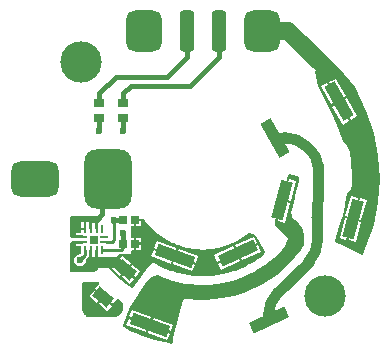
<source format=gtl>
G04*
G04 #@! TF.GenerationSoftware,Altium Limited,Altium Designer,20.1.8 (145)*
G04*
G04 Layer_Physical_Order=1*
G04 Layer_Color=255*
%FSLAX43Y43*%
%MOMM*%
G71*
G04*
G04 #@! TF.SameCoordinates,C5C313FD-7657-4A41-8647-220B39F72BCF*
G04*
G04*
G04 #@! TF.FilePolarity,Positive*
G04*
G01*
G75*
%ADD26C,0.900*%
%ADD27C,3.500*%
%ADD28P,0.849X4X314.9*%
%ADD29P,0.849X4X315.0*%
%ADD30R,0.700X0.700*%
%ADD31R,0.250X0.700*%
%ADD32R,0.700X0.250*%
G04:AMPARAMS|DCode=33|XSize=4mm|YSize=3mm|CornerRadius=0.75mm|HoleSize=0mm|Usage=FLASHONLY|Rotation=180.000|XOffset=0mm|YOffset=0mm|HoleType=Round|Shape=RoundedRectangle|*
%AMROUNDEDRECTD33*
21,1,4.000,1.500,0,0,180.0*
21,1,2.500,3.000,0,0,180.0*
1,1,1.500,-1.250,0.750*
1,1,1.500,1.250,0.750*
1,1,1.500,1.250,-0.750*
1,1,1.500,-1.250,-0.750*
%
%ADD33ROUNDEDRECTD33*%
G04:AMPARAMS|DCode=34|XSize=3.5mm|YSize=1.25mm|CornerRadius=0.313mm|HoleSize=0mm|Usage=FLASHONLY|Rotation=90.000|XOffset=0mm|YOffset=0mm|HoleType=Round|Shape=RoundedRectangle|*
%AMROUNDEDRECTD34*
21,1,3.500,0.625,0,0,90.0*
21,1,2.875,1.250,0,0,90.0*
1,1,0.625,0.313,1.438*
1,1,0.625,0.313,-1.438*
1,1,0.625,-0.313,-1.438*
1,1,0.625,-0.313,1.438*
%
%ADD34ROUNDEDRECTD34*%
G04:AMPARAMS|DCode=35|XSize=3.5mm|YSize=3mm|CornerRadius=0.75mm|HoleSize=0mm|Usage=FLASHONLY|Rotation=90.000|XOffset=0mm|YOffset=0mm|HoleType=Round|Shape=RoundedRectangle|*
%AMROUNDEDRECTD35*
21,1,3.500,1.500,0,0,90.0*
21,1,2.000,3.000,0,0,90.0*
1,1,1.500,0.750,1.000*
1,1,1.500,0.750,-1.000*
1,1,1.500,-0.750,-1.000*
1,1,1.500,-0.750,1.000*
%
%ADD35ROUNDEDRECTD35*%
%ADD36R,0.900X0.800*%
G04:AMPARAMS|DCode=37|XSize=1.6mm|YSize=1mm|CornerRadius=0mm|HoleSize=0mm|Usage=FLASHONLY|Rotation=140.000|XOffset=0mm|YOffset=0mm|HoleType=Round|Shape=Rectangle|*
%AMROTATEDRECTD37*
4,1,4,0.934,-0.131,0.291,-0.897,-0.934,0.131,-0.291,0.897,0.934,-0.131,0.0*
%
%ADD37ROTATEDRECTD37*%

G04:AMPARAMS|DCode=38|XSize=3.3mm|YSize=1mm|CornerRadius=0mm|HoleSize=0mm|Usage=FLASHONLY|Rotation=25.000|XOffset=0mm|YOffset=0mm|HoleType=Round|Shape=Rectangle|*
%AMROTATEDRECTD38*
4,1,4,-1.284,-1.150,-1.707,-0.244,1.284,1.150,1.707,0.244,-1.284,-1.150,0.0*
%
%ADD38ROTATEDRECTD38*%

G04:AMPARAMS|DCode=39|XSize=3.3mm|YSize=1mm|CornerRadius=0mm|HoleSize=0mm|Usage=FLASHONLY|Rotation=119.568|XOffset=0mm|YOffset=0mm|HoleType=Round|Shape=Rectangle|*
%AMROTATEDRECTD39*
4,1,4,1.249,-1.188,0.379,-1.682,-1.249,1.188,-0.379,1.682,1.249,-1.188,0.0*
%
%ADD39ROTATEDRECTD39*%

G04:AMPARAMS|DCode=40|XSize=3.3mm|YSize=1mm|CornerRadius=0mm|HoleSize=0mm|Usage=FLASHONLY|Rotation=340.000|XOffset=0mm|YOffset=0mm|HoleType=Round|Shape=Rectangle|*
%AMROTATEDRECTD40*
4,1,4,-1.722,0.094,-1.379,1.034,1.722,-0.094,1.379,-1.034,-1.722,0.094,0.0*
%
%ADD40ROTATEDRECTD40*%

G04:AMPARAMS|DCode=41|XSize=3.3mm|YSize=1mm|CornerRadius=0mm|HoleSize=0mm|Usage=FLASHONLY|Rotation=75.000|XOffset=0mm|YOffset=0mm|HoleType=Round|Shape=Rectangle|*
%AMROTATEDRECTD41*
4,1,4,0.056,-1.723,-0.910,-1.464,-0.056,1.723,0.910,1.464,0.056,-1.723,0.0*
%
%ADD41ROTATEDRECTD41*%

G04:AMPARAMS|DCode=42|XSize=4mm|YSize=5mm|CornerRadius=1mm|HoleSize=0mm|Usage=FLASHONLY|Rotation=180.000|XOffset=0mm|YOffset=0mm|HoleType=Round|Shape=RoundedRectangle|*
%AMROUNDEDRECTD42*
21,1,4.000,3.000,0,0,180.0*
21,1,2.000,5.000,0,0,180.0*
1,1,2.000,-1.000,1.500*
1,1,2.000,1.000,1.500*
1,1,2.000,1.000,-1.500*
1,1,2.000,-1.000,-1.500*
%
%ADD42ROUNDEDRECTD42*%
%ADD43C,0.250*%
%ADD44C,0.400*%
%ADD45C,1.500*%
%ADD46C,0.600*%
G36*
X65460Y57214D02*
X65040D01*
X65042Y57218D01*
X65044Y57225D01*
X65045Y57235D01*
X65048Y57266D01*
X65050Y57369D01*
X65050Y57404D01*
X65450D01*
X65460Y57214D01*
D02*
G37*
G36*
X67460Y57214D02*
X67040Y57214D01*
X67042Y57218D01*
X67044Y57225D01*
X67045Y57235D01*
X67047Y57266D01*
X67050Y57369D01*
X67050Y57404D01*
X67450Y57404D01*
X67460Y57214D01*
D02*
G37*
G36*
X65100Y49300D02*
X65100D01*
Y48750D01*
X64900D01*
Y49300D01*
X64600D01*
Y48750D01*
X64400D01*
Y49300D01*
X64100D01*
Y48750D01*
X64000D01*
Y48650D01*
X63675D01*
Y48425D01*
X63300D01*
Y48200D01*
X63850D01*
Y48000D01*
X63300D01*
Y48000D01*
X62998D01*
X62948Y48000D01*
X62857Y48038D01*
X62787Y48108D01*
X62750Y48200D01*
X62750Y48249D01*
Y48350D01*
X62750Y49600D01*
Y49650D01*
X62788Y49742D01*
X62858Y49812D01*
X62950Y49850D01*
X63000Y49850D01*
X65100Y49850D01*
X65100Y49300D01*
D02*
G37*
G36*
X66718Y49708D02*
X66725Y49706D01*
X66735Y49705D01*
X66766Y49702D01*
X66869Y49700D01*
X66904Y49700D01*
Y49300D01*
X66714Y49290D01*
Y49710D01*
X66718Y49708D01*
D02*
G37*
G36*
X66694Y49268D02*
X66679Y49250D01*
X66667Y49229D01*
X66656Y49208D01*
X66646Y49184D01*
X66639Y49160D01*
X66633Y49134D01*
X66628Y49106D01*
X66626Y49078D01*
X66625Y49047D01*
X66375D01*
X66374Y49078D01*
X66372Y49106D01*
X66367Y49134D01*
X66361Y49160D01*
X66354Y49184D01*
X66344Y49208D01*
X66333Y49229D01*
X66321Y49250D01*
X66306Y49268D01*
X66290Y49286D01*
X66710D01*
X66694Y49268D01*
D02*
G37*
G36*
X67454Y48146D02*
X67453Y48139D01*
X67451Y48129D01*
X67449Y48098D01*
X67447Y47961D01*
X67047Y47956D01*
X67047Y47990D01*
X67038Y48142D01*
X67036Y48146D01*
X67456Y48150D01*
X67454Y48146D01*
D02*
G37*
G36*
X69032Y49555D02*
X69085Y49464D01*
X69144Y49378D01*
X69212Y49298D01*
X69248Y49260D01*
X69501Y49007D01*
X69870Y48648D01*
X69985Y48541D01*
X70103Y48438D01*
X70224Y48337D01*
X70347Y48240D01*
X70473Y48146D01*
X70602Y48055D01*
X70732Y47968D01*
X70865Y47884D01*
X71000Y47804D01*
X71137Y47727D01*
X71276Y47654D01*
X71417Y47584D01*
X71560Y47519D01*
X71704Y47457D01*
X71850Y47399D01*
X71997Y47344D01*
X72146Y47294D01*
X72296Y47247D01*
X72447Y47204D01*
X72599Y47166D01*
X72753Y47131D01*
X72907Y47100D01*
X73061Y47074D01*
X73217Y47051D01*
X73373Y47033D01*
X73529Y47019D01*
X73686Y47008D01*
X73843Y47002D01*
X74000Y47000D01*
X74157Y47002D01*
X74314Y47008D01*
X74471Y47019D01*
X74627Y47033D01*
X74783Y47051D01*
X74939Y47074D01*
X75093Y47100D01*
X75247Y47131D01*
X75401Y47166D01*
X75553Y47204D01*
X75854Y47294D01*
X76003Y47344D01*
X76150Y47399D01*
X76296Y47457D01*
X76440Y47519D01*
X76583Y47584D01*
X76724Y47654D01*
X76863Y47727D01*
X77000Y47804D01*
X77135Y47884D01*
X77268Y47968D01*
X77398Y48055D01*
X77527Y48146D01*
X77653Y48240D01*
X77776Y48337D01*
X77782Y48342D01*
X77898Y48387D01*
X77898Y48387D01*
X77898D01*
X78015Y48380D01*
X78132Y48356D01*
X78278Y48296D01*
X78409Y48208D01*
X78465Y48152D01*
X79220Y46943D01*
X79233Y46826D01*
X79233Y46783D01*
X79217Y46700D01*
X79184Y46622D01*
X79137Y46552D01*
X79107Y46522D01*
X79022Y46455D01*
X78849Y46326D01*
X78673Y46201D01*
X78493Y46081D01*
X78311Y45966D01*
X78125Y45855D01*
X77937Y45750D01*
X77552Y45554D01*
X77356Y45463D01*
X77157Y45378D01*
X76957Y45298D01*
X76754Y45223D01*
X76549Y45154D01*
X76343Y45090D01*
X76135Y45031D01*
X75926Y44978D01*
X75715Y44930D01*
X75503Y44888D01*
X75291Y44852D01*
X75077Y44821D01*
X74862Y44795D01*
X74647Y44775D01*
X74432Y44761D01*
X74216Y44753D01*
X74000Y44750D01*
X73784Y44753D01*
X73568Y44761D01*
X73353Y44775D01*
X73138Y44795D01*
X72923Y44821D01*
X72709Y44852D01*
X72497Y44888D01*
X72285Y44930D01*
X72074Y44978D01*
X71865Y45031D01*
X71657Y45090D01*
X71451Y45154D01*
X71246Y45223D01*
X71043Y45298D01*
X70843Y45378D01*
X70644Y45463D01*
X70448Y45554D01*
X70255Y45649D01*
X70063Y45750D01*
X69875Y45855D01*
X69857Y45855D01*
X69857Y45855D01*
X69800Y45852D01*
X69690Y45823D01*
X69591Y45767D01*
X69509Y45689D01*
X69477Y45642D01*
X68245Y43998D01*
X68225Y43958D01*
X68174Y43886D01*
X68119Y43831D01*
X68009Y43775D01*
X67770Y43935D01*
X67534Y44101D01*
X67304Y44273D01*
X67077Y44451D01*
X66856Y44636D01*
X66640Y44825D01*
X65918Y45492D01*
X65914Y45619D01*
X66863Y46619D01*
X67104D01*
X67230Y46644D01*
X67231Y46644D01*
X67633Y46644D01*
X67929Y46639D01*
X67923Y46909D01*
X68012Y46999D01*
X68149Y46999D01*
X68150Y47499D01*
X68151Y47999D01*
X67900Y48000D01*
X67900Y48000D01*
Y49000D01*
X68150Y49001D01*
X68150Y49501D01*
X68250Y49501D01*
X68250Y49601D01*
X68839Y49601D01*
X68840Y49602D01*
X69009D01*
X69032Y49555D01*
D02*
G37*
G36*
X85489Y62375D02*
X86879Y60725D01*
X87858Y58740D01*
X88489Y56882D01*
X88872Y54958D01*
X89000Y53000D01*
X88872Y51042D01*
X88489Y49118D01*
X87858Y47260D01*
X87576Y46625D01*
X87457Y46580D01*
X85981Y47262D01*
X85177Y47672D01*
X85243Y48063D01*
X85650Y49215D01*
X85833Y49829D01*
X86045Y50768D01*
X86145Y51401D01*
X86183Y51720D01*
X86332Y51868D01*
X86332Y51868D01*
X86332Y51868D01*
X86333Y51869D01*
X86409Y51953D01*
X86410Y51956D01*
X86535Y52143D01*
X86623Y52354D01*
X86667Y52578D01*
X86673Y52692D01*
X86670Y52996D01*
X86513Y54751D01*
X86513Y54751D01*
X86513Y54751D01*
X86502Y54930D01*
X86430Y55280D01*
X86290Y55609D01*
X86089Y55904D01*
X85967Y56036D01*
X85833Y56171D01*
X85318Y57688D01*
X85057Y58274D01*
X84766Y58845D01*
X83759Y60821D01*
X83541Y62151D01*
X85085Y62665D01*
X85489Y62375D01*
D02*
G37*
G36*
X64009Y46332D02*
X63988Y46310D01*
X63969Y46287D01*
X63953Y46265D01*
X63938Y46242D01*
X63927Y46220D01*
X63917Y46197D01*
X63909Y46174D01*
X63904Y46150D01*
X63901Y46127D01*
X63900Y46103D01*
X63603Y46400D01*
X63627Y46401D01*
X63650Y46404D01*
X63674Y46409D01*
X63697Y46417D01*
X63720Y46427D01*
X63742Y46438D01*
X63765Y46453D01*
X63787Y46469D01*
X63810Y46488D01*
X63832Y46509D01*
X64009Y46332D01*
D02*
G37*
G36*
X63300Y47700D02*
X63850D01*
Y47500D01*
X63675D01*
Y47500D01*
X63300D01*
Y47275D01*
X63675D01*
Y46982D01*
X63669Y46950D01*
Y46714D01*
X63600Y46610D01*
X63405Y46571D01*
X63240Y46460D01*
X63129Y46295D01*
X63090Y46100D01*
X63129Y45905D01*
X63240Y45740D01*
X63405Y45629D01*
X63600Y45590D01*
X63795Y45629D01*
X63960Y45740D01*
X64071Y45905D01*
X64110Y46100D01*
X64106Y46119D01*
X64106Y46119D01*
X64108Y46125D01*
X64111Y46132D01*
X64115Y46141D01*
X64122Y46151D01*
X64128Y46159D01*
X64234Y46266D01*
X64306Y46373D01*
X64311Y46400D01*
X64400D01*
Y46950D01*
X64600D01*
Y46400D01*
X64900D01*
Y46950D01*
X65100D01*
Y46314D01*
X65104Y46310D01*
X65104Y45454D01*
X65104Y45454D01*
Y45383D01*
X65050Y45253D01*
X64950Y45154D01*
X64820Y45100D01*
X63000Y45100D01*
X62950Y45100D01*
X62858Y45138D01*
X62788Y45208D01*
X62750Y45300D01*
X62750Y45350D01*
X62750Y47503D01*
X62788Y47595D01*
X62858Y47665D01*
X62950Y47703D01*
X63300D01*
Y47700D01*
D02*
G37*
G36*
X81975Y53209D02*
X82169Y53159D01*
X82144Y52892D01*
X82029Y52370D01*
X81932Y51956D01*
X81825Y51337D01*
X81671Y50728D01*
X81486Y50133D01*
X81490Y50058D01*
X81519Y49910D01*
X81577Y49770D01*
X81633Y49686D01*
X81634Y49684D01*
X81634Y49684D01*
X81661Y49645D01*
X81711Y49589D01*
X81711Y49589D01*
X81794Y49506D01*
X82060Y49300D01*
X82184Y49176D01*
X82379Y48884D01*
X82513Y48560D01*
X82581Y48216D01*
X82581Y48040D01*
X82581Y48040D01*
X82581Y48040D01*
X82581Y47806D01*
X82581Y47674D01*
X82530Y47414D01*
X82428Y47170D01*
X82281Y46950D01*
X82188Y46856D01*
X82188D01*
X82188Y46856D01*
X81794Y46343D01*
X81056Y45565D01*
X80240Y44868D01*
X79125Y44123D01*
X77673Y43431D01*
X76653Y43099D01*
X75603Y42876D01*
X74268Y42754D01*
X73464Y42764D01*
X72930Y42820D01*
X72593Y42820D01*
X72560Y42819D01*
X72495Y42806D01*
X72456Y42789D01*
X72435Y42781D01*
X72434Y42781D01*
X72380Y42744D01*
X72363Y42729D01*
X72356Y42722D01*
X72356Y42722D01*
X72356Y42722D01*
X71494Y39480D01*
X71441Y39193D01*
X71441Y39162D01*
X71416Y39104D01*
X71391Y39079D01*
X71281Y39036D01*
Y39036D01*
X71159Y39047D01*
X69953Y39337D01*
X68893Y39696D01*
X68547Y39835D01*
X67865Y40138D01*
X67299Y40427D01*
X67287Y40439D01*
X67268Y40467D01*
X67255Y40498D01*
X67249Y40531D01*
X67249Y40548D01*
Y40596D01*
X67865Y42118D01*
X69280Y44347D01*
X69427Y44494D01*
X69506Y44573D01*
X69693Y44698D01*
X69900Y44784D01*
X70120Y44827D01*
X70232Y44827D01*
X70232Y44827D01*
X70339Y44778D01*
X70556Y44685D01*
X70775Y44598D01*
X71219Y44440D01*
X71444Y44371D01*
X72129Y44197D01*
X72592Y44111D01*
X73059Y44049D01*
X73529Y44012D01*
X74000Y44000D01*
X74471Y44012D01*
X75175Y44077D01*
X75640Y44151D01*
X76556Y44371D01*
X77444Y44685D01*
X78086Y44981D01*
X78294Y45091D01*
X78702Y45326D01*
X79290Y45719D01*
X79664Y46006D01*
X80022Y46312D01*
X80364Y46636D01*
X80688Y46978D01*
X80994Y47336D01*
X81254Y47878D01*
X81254Y47932D01*
X81254Y47932D01*
X81253Y47944D01*
X81253Y47944D01*
X81249Y47966D01*
X81249Y47966D01*
X81240Y47988D01*
X81240Y47988D01*
X81227Y48007D01*
X81224Y48011D01*
X81219Y48015D01*
X81219Y48016D01*
X81219Y48016D01*
X81219D01*
X81127Y48100D01*
X80218Y48929D01*
X80189Y48957D01*
X80144Y49023D01*
X80113Y49097D01*
X80097Y49175D01*
X80096Y49215D01*
Y49240D01*
X80153Y49380D01*
X80646Y51219D01*
X81124Y53006D01*
X81122Y53007D01*
X81199Y53338D01*
X81308Y53402D01*
X81975Y53209D01*
D02*
G37*
G36*
X65246Y44123D02*
X64875Y43681D01*
X65641Y43038D01*
X66407Y42396D01*
X66757Y42813D01*
X66911Y42839D01*
X67115Y42635D01*
X67181Y42536D01*
X67227Y42426D01*
X67239Y42367D01*
X67250Y42250D01*
Y42250D01*
X67250D01*
X67250Y42250D01*
X67250Y42104D01*
Y42019D01*
X67217Y41855D01*
X67153Y41699D01*
X67059Y41559D01*
X66941Y41441D01*
X66801Y41347D01*
X66645Y41283D01*
X66481Y41250D01*
X66396Y41250D01*
X64441D01*
X64324Y41273D01*
X64214Y41319D01*
X64115Y41385D01*
X64073Y41427D01*
Y41427D01*
X64000Y41500D01*
X63941Y41559D01*
X63847Y41699D01*
X63783Y41855D01*
X63750Y42019D01*
Y44050D01*
X63788Y44142D01*
X63858Y44212D01*
X63950Y44250D01*
X65217D01*
X65246Y44123D01*
D02*
G37*
%LPC*%
G36*
X63900Y49300D02*
X63675D01*
Y48850D01*
X63900D01*
Y49300D01*
D02*
G37*
G36*
X68750Y49401D02*
X68350Y49401D01*
X68350Y49001D01*
X68750Y49001D01*
X68750Y49401D01*
D02*
G37*
G36*
X68351Y47999D02*
X68350Y47599D01*
X68750Y47598D01*
X68751Y47998D01*
X68351Y47999D01*
D02*
G37*
G36*
X68350Y47399D02*
X68349Y46999D01*
X68749Y46998D01*
X68750Y47398D01*
X68350Y47399D01*
D02*
G37*
G36*
X78331Y48090D02*
X76745Y47351D01*
X76998Y46807D01*
X78584Y47546D01*
X78331Y48090D01*
D02*
G37*
G36*
X70114Y47731D02*
X69908Y47168D01*
X71553Y46569D01*
X71758Y47133D01*
X70114Y47731D01*
D02*
G37*
G36*
X78669Y47365D02*
X77083Y46626D01*
X77336Y46082D01*
X78922Y46821D01*
X78669Y47365D01*
D02*
G37*
G36*
X76563Y47266D02*
X74977Y46527D01*
X75231Y45983D01*
X76817Y46722D01*
X76563Y47266D01*
D02*
G37*
G36*
X71946Y47065D02*
X71741Y46501D01*
X73385Y45902D01*
X73591Y46466D01*
X71946Y47065D01*
D02*
G37*
G36*
X69840Y46980D02*
X69635Y46416D01*
X71279Y45817D01*
X71485Y46381D01*
X69840Y46980D01*
D02*
G37*
G36*
X67189Y46439D02*
X66804Y45979D01*
X67493Y45401D01*
X67879Y45860D01*
X67189Y46439D01*
D02*
G37*
G36*
X76902Y46541D02*
X75315Y45801D01*
X75569Y45258D01*
X77155Y45997D01*
X76902Y46541D01*
D02*
G37*
G36*
X71672Y46313D02*
X71467Y45749D01*
X73112Y45150D01*
X73317Y45714D01*
X71672Y46313D01*
D02*
G37*
G36*
X66675Y45826D02*
X66289Y45366D01*
X66979Y44788D01*
X67364Y45248D01*
X66675Y45826D01*
D02*
G37*
G36*
X68032Y45732D02*
X67646Y45272D01*
X68336Y44694D01*
X68721Y45153D01*
X68032Y45732D01*
D02*
G37*
G36*
X67518Y45119D02*
X67132Y44659D01*
X67821Y44081D01*
X68207Y44540D01*
X67518Y45119D01*
D02*
G37*
G36*
X85227Y61496D02*
X84705Y61200D01*
X85569Y59678D01*
X86091Y59974D01*
X85227Y61496D01*
D02*
G37*
G36*
X84531Y61102D02*
X84009Y60806D01*
X84873Y59283D01*
X85395Y59580D01*
X84531Y61102D01*
D02*
G37*
G36*
X86189Y59800D02*
X85667Y59504D01*
X86531Y57982D01*
X87053Y58278D01*
X86189Y59800D01*
D02*
G37*
G36*
X85493Y59406D02*
X84972Y59110D01*
X85835Y57587D01*
X86357Y57884D01*
X85493Y59406D01*
D02*
G37*
G36*
X86534Y51557D02*
X86081Y49867D01*
X86660Y49711D01*
X87113Y51402D01*
X86534Y51557D01*
D02*
G37*
G36*
X87306Y51350D02*
X86853Y49659D01*
X87433Y49504D01*
X87886Y51195D01*
X87306Y51350D01*
D02*
G37*
G36*
X86029Y49673D02*
X85576Y47983D01*
X86156Y47828D01*
X86608Y49518D01*
X86029Y49673D01*
D02*
G37*
G36*
X86802Y49466D02*
X86349Y47776D01*
X86928Y47621D01*
X87381Y49311D01*
X86802Y49466D01*
D02*
G37*
G36*
X81318Y52955D02*
X80865Y51264D01*
X81444Y51109D01*
X81897Y52799D01*
X81318Y52955D01*
D02*
G37*
G36*
X80813Y51071D02*
X80360Y49381D01*
X80939Y49225D01*
X81392Y50916D01*
X80813Y51071D01*
D02*
G37*
G36*
X67993Y41905D02*
X67788Y41342D01*
X69432Y40743D01*
X69638Y41307D01*
X67993Y41905D01*
D02*
G37*
G36*
X69826Y41238D02*
X69620Y40675D01*
X71265Y40076D01*
X71470Y40640D01*
X69826Y41238D01*
D02*
G37*
G36*
X67720Y41154D02*
X67514Y40590D01*
X69159Y39991D01*
X69364Y40555D01*
X67720Y41154D01*
D02*
G37*
G36*
X69552Y40487D02*
X69347Y39923D01*
X70991Y39324D01*
X71196Y39888D01*
X69552Y40487D01*
D02*
G37*
G36*
X64747Y43528D02*
X64361Y43068D01*
X65050Y42490D01*
X65436Y42949D01*
X64747Y43528D01*
D02*
G37*
G36*
X65589Y42821D02*
X65204Y42361D01*
X65893Y41783D01*
X66279Y42242D01*
X65589Y42821D01*
D02*
G37*
%LPD*%
D26*
X80314Y43314D02*
G03*
X79570Y41518I1796J-1796D01*
G01*
X82761Y55739D02*
G03*
X80965Y56483I-1796J-1796D01*
G01*
X83713Y54133D02*
G03*
X83250Y55250I-1580J0D01*
G01*
X82960Y45960D02*
G03*
X83703Y47756I-1796J1796D01*
G01*
X83665Y49721D02*
G03*
X83703Y49442I900J-17D01*
G01*
X66677Y45922D02*
X67339Y45260D01*
X64967Y45922D02*
X66677D01*
X83703Y49442D02*
X83703Y49442D01*
X83713Y52255D02*
Y54133D01*
X79570Y41055D02*
Y41518D01*
X80314Y43314D02*
X82960Y45960D01*
X83703Y47756D02*
Y49442D01*
X82761Y55739D02*
X83250Y55250D01*
X80138Y56483D02*
X80965D01*
X83665Y49721D02*
X83713Y52255D01*
X67339Y45260D02*
X67505D01*
D27*
X63650Y62900D02*
D03*
X84350Y43100D02*
D03*
D28*
X68250Y47499D02*
D03*
X67250Y47501D02*
D03*
D29*
X67250Y49500D02*
D03*
X68250Y49501D02*
D03*
D30*
X64750Y47850D02*
D03*
D31*
X64000Y46950D02*
D03*
X64500D02*
D03*
X65000D02*
D03*
X65500D02*
D03*
Y48750D02*
D03*
X65000D02*
D03*
X64500D02*
D03*
X64000D02*
D03*
D32*
X63850Y48100D02*
D03*
Y47600D02*
D03*
X65650D02*
D03*
Y48100D02*
D03*
D33*
X59750Y53000D02*
D03*
D34*
X75375Y65500D02*
D03*
X72625D02*
D03*
D35*
X69000D02*
D03*
X79000D02*
D03*
D36*
X67250Y59400D02*
D03*
Y58100D02*
D03*
X65250Y59400D02*
D03*
Y58100D02*
D03*
D37*
X65577Y42962D02*
D03*
X67505Y45260D02*
D03*
D38*
X76950Y46674D02*
D03*
X79570Y41055D02*
D03*
D39*
X85531Y59542D02*
D03*
X80138Y56483D02*
D03*
D40*
X71613Y46441D02*
D03*
X69492Y40615D02*
D03*
D41*
X80742Y51193D02*
D03*
X86731Y49589D02*
D03*
D42*
X66000Y52999D02*
D03*
D43*
X64000Y46500D02*
Y46950D01*
X63600Y46100D02*
X64000Y46500D01*
X65500Y46950D02*
X67104D01*
X67250Y47096D02*
Y47501D01*
X67104Y46950D02*
X67250Y47096D01*
X65795Y47600D02*
X66300D01*
X66500Y47800D02*
Y49500D01*
X66300Y47600D02*
X66500Y47800D01*
D44*
Y49500D02*
X67250D01*
X67247Y47504D02*
X67250Y47501D01*
X67247Y47504D02*
Y48359D01*
X67244Y48362D02*
X67247Y48359D01*
X65000Y49500D02*
X65500Y50000D01*
X64500Y49500D02*
X65000D01*
X65500Y50000D02*
Y52499D01*
X66000Y52999D01*
X65250Y58100D02*
X65250Y58100D01*
Y57000D02*
Y58100D01*
X67250Y58100D02*
X67250Y58100D01*
Y57000D02*
Y58100D01*
Y57000D02*
X67250Y57000D01*
X67250Y59400D02*
Y59500D01*
X65250Y59400D02*
Y59500D01*
X70945Y61650D02*
X72625Y63330D01*
X65250Y59500D02*
Y60220D01*
X66680Y61650D01*
X67250Y59500D02*
X67250Y59500D01*
Y60220D01*
X67880Y60850D01*
X72895D01*
X75375Y63330D02*
Y65500D01*
X72895Y60850D02*
X75375Y63330D01*
X66680Y61650D02*
X70945D01*
X72625Y63330D02*
Y65500D01*
X65250Y59500D02*
X65250Y59500D01*
D45*
X79000Y65500D02*
X81250D01*
X84750Y62000D01*
D46*
X63600Y46100D02*
D03*
X66500Y49500D02*
D03*
X67244Y48362D02*
D03*
X64750Y47850D02*
D03*
X70000Y66500D02*
D03*
Y65500D02*
D03*
Y64500D02*
D03*
X66750Y42000D02*
D03*
X64750D02*
D03*
X64250Y43750D02*
D03*
X61250Y52000D02*
D03*
Y53000D02*
D03*
Y54000D02*
D03*
X67250Y57000D02*
D03*
X65250D02*
D03*
M02*

</source>
